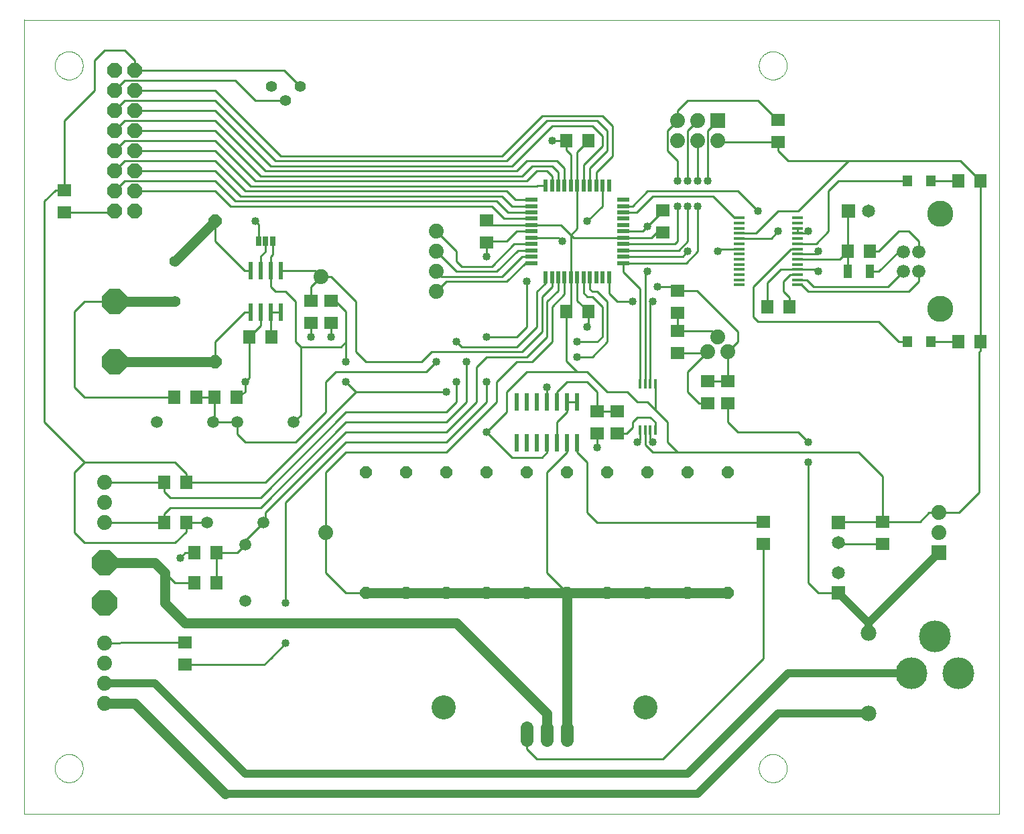
<source format=gtl>
G75*
G70*
%OFA0B0*%
%FSLAX24Y24*%
%IPPOS*%
%LPD*%
%AMOC8*
5,1,8,0,0,1.08239X$1,22.5*
%
%ADD10C,0.0000*%
%ADD11R,0.0591X0.0197*%
%ADD12R,0.0197X0.0591*%
%ADD13R,0.0709X0.0630*%
%ADD14R,0.0740X0.0740*%
%ADD15C,0.0740*%
%ADD16R,0.0630X0.0709*%
%ADD17C,0.0780*%
%ADD18R,0.0650X0.0650*%
%ADD19C,0.0650*%
%ADD20C,0.0594*%
%ADD21R,0.0236X0.0866*%
%ADD22R,0.0138X0.0472*%
%ADD23C,0.0640*%
%ADD24C,0.1200*%
%ADD25R,0.0240X0.0870*%
%ADD26R,0.0550X0.0137*%
%ADD27R,0.0394X0.0709*%
%ADD28R,0.0472X0.0551*%
%ADD29OC8,0.0740*%
%ADD30C,0.0660*%
%ADD31C,0.1300*%
%ADD32C,0.1580*%
%ADD33OC8,0.1250*%
%ADD34C,0.0555*%
%ADD35OC8,0.0600*%
%ADD36OC8,0.0640*%
%ADD37R,0.0250X0.0500*%
%ADD38C,0.0100*%
%ADD39C,0.0400*%
%ADD40C,0.0500*%
%ADD41C,0.0400*%
D10*
X000101Y000101D02*
X000101Y039601D01*
X048601Y039601D01*
X048601Y000101D01*
X000101Y000101D01*
X001611Y002381D02*
X001613Y002433D01*
X001619Y002485D01*
X001629Y002537D01*
X001642Y002587D01*
X001659Y002637D01*
X001680Y002685D01*
X001705Y002731D01*
X001733Y002775D01*
X001764Y002817D01*
X001798Y002857D01*
X001835Y002894D01*
X001875Y002928D01*
X001917Y002959D01*
X001961Y002987D01*
X002007Y003012D01*
X002055Y003033D01*
X002105Y003050D01*
X002155Y003063D01*
X002207Y003073D01*
X002259Y003079D01*
X002311Y003081D01*
X002363Y003079D01*
X002415Y003073D01*
X002467Y003063D01*
X002517Y003050D01*
X002567Y003033D01*
X002615Y003012D01*
X002661Y002987D01*
X002705Y002959D01*
X002747Y002928D01*
X002787Y002894D01*
X002824Y002857D01*
X002858Y002817D01*
X002889Y002775D01*
X002917Y002731D01*
X002942Y002685D01*
X002963Y002637D01*
X002980Y002587D01*
X002993Y002537D01*
X003003Y002485D01*
X003009Y002433D01*
X003011Y002381D01*
X003009Y002329D01*
X003003Y002277D01*
X002993Y002225D01*
X002980Y002175D01*
X002963Y002125D01*
X002942Y002077D01*
X002917Y002031D01*
X002889Y001987D01*
X002858Y001945D01*
X002824Y001905D01*
X002787Y001868D01*
X002747Y001834D01*
X002705Y001803D01*
X002661Y001775D01*
X002615Y001750D01*
X002567Y001729D01*
X002517Y001712D01*
X002467Y001699D01*
X002415Y001689D01*
X002363Y001683D01*
X002311Y001681D01*
X002259Y001683D01*
X002207Y001689D01*
X002155Y001699D01*
X002105Y001712D01*
X002055Y001729D01*
X002007Y001750D01*
X001961Y001775D01*
X001917Y001803D01*
X001875Y001834D01*
X001835Y001868D01*
X001798Y001905D01*
X001764Y001945D01*
X001733Y001987D01*
X001705Y002031D01*
X001680Y002077D01*
X001659Y002125D01*
X001642Y002175D01*
X001629Y002225D01*
X001619Y002277D01*
X001613Y002329D01*
X001611Y002381D01*
X036631Y002381D02*
X036633Y002433D01*
X036639Y002485D01*
X036649Y002537D01*
X036662Y002587D01*
X036679Y002637D01*
X036700Y002685D01*
X036725Y002731D01*
X036753Y002775D01*
X036784Y002817D01*
X036818Y002857D01*
X036855Y002894D01*
X036895Y002928D01*
X036937Y002959D01*
X036981Y002987D01*
X037027Y003012D01*
X037075Y003033D01*
X037125Y003050D01*
X037175Y003063D01*
X037227Y003073D01*
X037279Y003079D01*
X037331Y003081D01*
X037383Y003079D01*
X037435Y003073D01*
X037487Y003063D01*
X037537Y003050D01*
X037587Y003033D01*
X037635Y003012D01*
X037681Y002987D01*
X037725Y002959D01*
X037767Y002928D01*
X037807Y002894D01*
X037844Y002857D01*
X037878Y002817D01*
X037909Y002775D01*
X037937Y002731D01*
X037962Y002685D01*
X037983Y002637D01*
X038000Y002587D01*
X038013Y002537D01*
X038023Y002485D01*
X038029Y002433D01*
X038031Y002381D01*
X038029Y002329D01*
X038023Y002277D01*
X038013Y002225D01*
X038000Y002175D01*
X037983Y002125D01*
X037962Y002077D01*
X037937Y002031D01*
X037909Y001987D01*
X037878Y001945D01*
X037844Y001905D01*
X037807Y001868D01*
X037767Y001834D01*
X037725Y001803D01*
X037681Y001775D01*
X037635Y001750D01*
X037587Y001729D01*
X037537Y001712D01*
X037487Y001699D01*
X037435Y001689D01*
X037383Y001683D01*
X037331Y001681D01*
X037279Y001683D01*
X037227Y001689D01*
X037175Y001699D01*
X037125Y001712D01*
X037075Y001729D01*
X037027Y001750D01*
X036981Y001775D01*
X036937Y001803D01*
X036895Y001834D01*
X036855Y001868D01*
X036818Y001905D01*
X036784Y001945D01*
X036753Y001987D01*
X036725Y002031D01*
X036700Y002077D01*
X036679Y002125D01*
X036662Y002175D01*
X036649Y002225D01*
X036639Y002277D01*
X036633Y002329D01*
X036631Y002381D01*
X036631Y037351D02*
X036633Y037403D01*
X036639Y037455D01*
X036649Y037507D01*
X036662Y037557D01*
X036679Y037607D01*
X036700Y037655D01*
X036725Y037701D01*
X036753Y037745D01*
X036784Y037787D01*
X036818Y037827D01*
X036855Y037864D01*
X036895Y037898D01*
X036937Y037929D01*
X036981Y037957D01*
X037027Y037982D01*
X037075Y038003D01*
X037125Y038020D01*
X037175Y038033D01*
X037227Y038043D01*
X037279Y038049D01*
X037331Y038051D01*
X037383Y038049D01*
X037435Y038043D01*
X037487Y038033D01*
X037537Y038020D01*
X037587Y038003D01*
X037635Y037982D01*
X037681Y037957D01*
X037725Y037929D01*
X037767Y037898D01*
X037807Y037864D01*
X037844Y037827D01*
X037878Y037787D01*
X037909Y037745D01*
X037937Y037701D01*
X037962Y037655D01*
X037983Y037607D01*
X038000Y037557D01*
X038013Y037507D01*
X038023Y037455D01*
X038029Y037403D01*
X038031Y037351D01*
X038029Y037299D01*
X038023Y037247D01*
X038013Y037195D01*
X038000Y037145D01*
X037983Y037095D01*
X037962Y037047D01*
X037937Y037001D01*
X037909Y036957D01*
X037878Y036915D01*
X037844Y036875D01*
X037807Y036838D01*
X037767Y036804D01*
X037725Y036773D01*
X037681Y036745D01*
X037635Y036720D01*
X037587Y036699D01*
X037537Y036682D01*
X037487Y036669D01*
X037435Y036659D01*
X037383Y036653D01*
X037331Y036651D01*
X037279Y036653D01*
X037227Y036659D01*
X037175Y036669D01*
X037125Y036682D01*
X037075Y036699D01*
X037027Y036720D01*
X036981Y036745D01*
X036937Y036773D01*
X036895Y036804D01*
X036855Y036838D01*
X036818Y036875D01*
X036784Y036915D01*
X036753Y036957D01*
X036725Y037001D01*
X036700Y037047D01*
X036679Y037095D01*
X036662Y037145D01*
X036649Y037195D01*
X036639Y037247D01*
X036633Y037299D01*
X036631Y037351D01*
X001611Y037351D02*
X001613Y037403D01*
X001619Y037455D01*
X001629Y037507D01*
X001642Y037557D01*
X001659Y037607D01*
X001680Y037655D01*
X001705Y037701D01*
X001733Y037745D01*
X001764Y037787D01*
X001798Y037827D01*
X001835Y037864D01*
X001875Y037898D01*
X001917Y037929D01*
X001961Y037957D01*
X002007Y037982D01*
X002055Y038003D01*
X002105Y038020D01*
X002155Y038033D01*
X002207Y038043D01*
X002259Y038049D01*
X002311Y038051D01*
X002363Y038049D01*
X002415Y038043D01*
X002467Y038033D01*
X002517Y038020D01*
X002567Y038003D01*
X002615Y037982D01*
X002661Y037957D01*
X002705Y037929D01*
X002747Y037898D01*
X002787Y037864D01*
X002824Y037827D01*
X002858Y037787D01*
X002889Y037745D01*
X002917Y037701D01*
X002942Y037655D01*
X002963Y037607D01*
X002980Y037557D01*
X002993Y037507D01*
X003003Y037455D01*
X003009Y037403D01*
X003011Y037351D01*
X003009Y037299D01*
X003003Y037247D01*
X002993Y037195D01*
X002980Y037145D01*
X002963Y037095D01*
X002942Y037047D01*
X002917Y037001D01*
X002889Y036957D01*
X002858Y036915D01*
X002824Y036875D01*
X002787Y036838D01*
X002747Y036804D01*
X002705Y036773D01*
X002661Y036745D01*
X002615Y036720D01*
X002567Y036699D01*
X002517Y036682D01*
X002467Y036669D01*
X002415Y036659D01*
X002363Y036653D01*
X002311Y036651D01*
X002259Y036653D01*
X002207Y036659D01*
X002155Y036669D01*
X002105Y036682D01*
X002055Y036699D01*
X002007Y036720D01*
X001961Y036745D01*
X001917Y036773D01*
X001875Y036804D01*
X001835Y036838D01*
X001798Y036875D01*
X001764Y036915D01*
X001733Y036957D01*
X001705Y037001D01*
X001680Y037047D01*
X001659Y037095D01*
X001642Y037145D01*
X001629Y037195D01*
X001619Y037247D01*
X001613Y037299D01*
X001611Y037351D01*
X000101Y039601D02*
X000101Y039631D01*
D11*
X025317Y030676D03*
X025317Y030361D03*
X025317Y030046D03*
X025317Y029731D03*
X025317Y029416D03*
X025317Y029101D03*
X025317Y028786D03*
X025317Y028471D03*
X025317Y028156D03*
X025317Y027841D03*
X025317Y027526D03*
X029884Y027526D03*
X029884Y027841D03*
X029884Y028156D03*
X029884Y028471D03*
X029884Y028786D03*
X029884Y029101D03*
X029884Y029416D03*
X029884Y029731D03*
X029884Y030046D03*
X029884Y030361D03*
X029884Y030676D03*
D12*
X029176Y031384D03*
X028861Y031384D03*
X028546Y031384D03*
X028231Y031384D03*
X027916Y031384D03*
X027601Y031384D03*
X027286Y031384D03*
X026971Y031384D03*
X026656Y031384D03*
X026341Y031384D03*
X026026Y031384D03*
X026026Y026817D03*
X026341Y026817D03*
X026656Y026817D03*
X026971Y026817D03*
X027286Y026817D03*
X027601Y026817D03*
X027916Y026817D03*
X028231Y026817D03*
X028546Y026817D03*
X028861Y026817D03*
X029176Y026817D03*
D13*
X031851Y029050D03*
X031851Y030152D03*
X032601Y026152D03*
X032601Y025050D03*
X032601Y024152D03*
X032601Y023050D03*
X034101Y021652D03*
X035101Y021652D03*
X035101Y020550D03*
X034101Y020550D03*
X029601Y020152D03*
X028601Y020152D03*
X028601Y019050D03*
X029601Y019050D03*
X036851Y014652D03*
X036851Y013550D03*
X042801Y013550D03*
X042801Y014652D03*
X023101Y028550D03*
X023101Y029652D03*
X015351Y025652D03*
X014351Y025652D03*
X014351Y024550D03*
X015351Y024550D03*
X002101Y030050D03*
X002101Y031152D03*
X008101Y008652D03*
X008101Y007550D03*
X037601Y033550D03*
X037601Y034652D03*
D14*
X034601Y034601D03*
X045601Y013101D03*
D15*
X045601Y014101D03*
X045601Y015101D03*
X035101Y023101D03*
X034601Y023851D03*
X034101Y023101D03*
X034601Y033601D03*
X033601Y033601D03*
X032601Y033601D03*
X032601Y034601D03*
X033601Y034601D03*
X020601Y029101D03*
X020601Y028101D03*
X020601Y027101D03*
X020601Y026101D03*
X014851Y026851D03*
X004101Y016601D03*
X004101Y015601D03*
X004101Y014601D03*
X004101Y008601D03*
X004101Y007601D03*
X004101Y006601D03*
X004101Y005601D03*
X015101Y014101D03*
D16*
X009652Y013101D03*
X008550Y013101D03*
X008550Y011601D03*
X009652Y011601D03*
X008152Y014601D03*
X007050Y014601D03*
X007050Y016601D03*
X008152Y016601D03*
X008652Y020851D03*
X009550Y020851D03*
X010652Y020851D03*
X007550Y020851D03*
X011300Y023851D03*
X012402Y023851D03*
X027050Y025101D03*
X028152Y025101D03*
X037050Y025351D03*
X038152Y025351D03*
X041050Y028101D03*
X042152Y028101D03*
X046550Y031601D03*
X047652Y031601D03*
X047652Y023601D03*
X046550Y023601D03*
X028152Y033601D03*
X027050Y033601D03*
D17*
X042101Y009101D03*
X042101Y005101D03*
D18*
X040601Y011101D03*
X040601Y014601D03*
X041101Y030101D03*
D19*
X042101Y030101D03*
X040601Y013601D03*
X040601Y012101D03*
D20*
X013501Y019601D03*
X010701Y019601D03*
X009501Y019601D03*
X006701Y019601D03*
X009201Y014601D03*
X011101Y013501D03*
X012001Y014601D03*
X011101Y010701D03*
D21*
X024601Y018577D03*
X025101Y018577D03*
X025601Y018577D03*
X026101Y018577D03*
X026601Y018577D03*
X027101Y018577D03*
X027601Y018577D03*
X027601Y020624D03*
X027101Y020624D03*
X026601Y020624D03*
X026101Y020624D03*
X025601Y020624D03*
X025101Y020624D03*
X024601Y020624D03*
D22*
X030717Y021502D03*
X030973Y021502D03*
X031229Y021502D03*
X031485Y021502D03*
X031485Y019199D03*
X031229Y019199D03*
X030973Y019199D03*
X030717Y019199D03*
D23*
X027101Y004421D02*
X027101Y003781D01*
X026101Y003781D02*
X026101Y004421D01*
X025101Y004421D02*
X025101Y003781D01*
D24*
X020956Y005410D03*
X030995Y005410D03*
D25*
X012851Y025071D03*
X012351Y025071D03*
X011851Y025071D03*
X011351Y025071D03*
X011351Y027131D03*
X011851Y027131D03*
X012351Y027131D03*
X012851Y027131D03*
D26*
X035661Y027205D03*
X035661Y026949D03*
X035661Y026693D03*
X035661Y026437D03*
X035661Y027461D03*
X035661Y027717D03*
X035661Y027973D03*
X035661Y028229D03*
X035661Y028485D03*
X035661Y028741D03*
X035661Y028996D03*
X035661Y029252D03*
X035661Y029508D03*
X035661Y029764D03*
X038540Y029764D03*
X038540Y029508D03*
X038540Y029252D03*
X038540Y028996D03*
X038540Y028741D03*
X038540Y028485D03*
X038540Y028229D03*
X038540Y027973D03*
X038540Y027717D03*
X038540Y027461D03*
X038540Y027205D03*
X038540Y026949D03*
X038540Y026693D03*
X038540Y026437D03*
D27*
X041050Y027101D03*
X042152Y027101D03*
D28*
X044010Y023601D03*
X045191Y023601D03*
X045191Y031601D03*
X044010Y031601D03*
D29*
X005601Y031101D03*
X005601Y032101D03*
X004601Y032101D03*
X004601Y031101D03*
X004601Y030101D03*
X005601Y030101D03*
X005601Y033101D03*
X005601Y034101D03*
X004601Y034101D03*
X004601Y033101D03*
X004601Y035101D03*
X004601Y036101D03*
X005601Y036101D03*
X005601Y035101D03*
X005601Y037101D03*
X004601Y037101D03*
D30*
X043821Y028093D03*
X044601Y028093D03*
X044601Y027109D03*
X043821Y027109D03*
D31*
X045671Y025231D03*
X045671Y029971D03*
D32*
X045388Y008951D03*
X044207Y007101D03*
X046569Y007101D03*
D33*
X004601Y022601D03*
X004601Y025601D03*
X004101Y012601D03*
X004101Y010601D03*
D34*
X007601Y025601D03*
X007601Y027601D03*
X013101Y035601D03*
X013811Y036311D03*
X012391Y036311D03*
D35*
X017101Y017101D03*
X019101Y017101D03*
X021101Y017101D03*
X023101Y017101D03*
X025101Y017101D03*
X027101Y017101D03*
X029101Y017101D03*
X031101Y017101D03*
X033101Y017101D03*
X035101Y017101D03*
X035101Y011101D03*
X033101Y011101D03*
X031101Y011101D03*
X029101Y011101D03*
X027101Y011101D03*
X025101Y011101D03*
X023101Y011101D03*
X021101Y011101D03*
X019101Y011101D03*
X017101Y011101D03*
D36*
X009601Y022601D03*
X009601Y029601D03*
D37*
X011751Y028601D03*
X012101Y028601D03*
X012451Y028601D03*
D38*
X012451Y027951D01*
X012351Y027851D01*
X012351Y027131D01*
X012351Y026351D01*
X012601Y026101D01*
X013101Y026101D01*
X013601Y025601D01*
X013601Y023601D01*
X013851Y023351D01*
X013851Y019951D01*
X013501Y019601D01*
X013601Y018601D02*
X011101Y018601D01*
X010701Y019001D01*
X010701Y019601D01*
X009501Y019601D01*
X009550Y019650D01*
X009550Y020851D01*
X008652Y020851D01*
X007550Y020851D02*
X003101Y020851D01*
X002601Y021351D01*
X002601Y025101D01*
X003101Y025601D01*
X004601Y025601D01*
X009601Y023601D02*
X009601Y022601D01*
X009601Y023601D02*
X011071Y025071D01*
X011351Y025071D01*
X011851Y025071D02*
X011851Y024402D01*
X011300Y023851D01*
X011300Y021800D01*
X011101Y021601D01*
X011101Y021101D01*
X010652Y020851D01*
X013601Y018601D02*
X015101Y020101D01*
X015101Y021601D01*
X015601Y022101D01*
X020101Y022101D01*
X020601Y022601D01*
X020351Y023101D02*
X024851Y023101D01*
X025851Y024101D01*
X025851Y025851D01*
X026341Y026341D01*
X026341Y026817D01*
X026656Y026817D02*
X026656Y026156D01*
X026101Y025601D01*
X026101Y023851D01*
X025101Y022851D01*
X023101Y022851D01*
X022601Y022351D01*
X022601Y020601D01*
X021101Y019101D01*
X016101Y019101D01*
X012101Y015101D01*
X012101Y014701D01*
X012001Y014601D01*
X011101Y013701D01*
X011101Y013501D01*
X010701Y013101D01*
X009652Y013101D01*
X009652Y011601D01*
X008550Y011601D02*
X007601Y011601D01*
X007101Y012101D01*
X007851Y012851D02*
X008101Y013101D01*
X008550Y013101D01*
X007601Y013601D02*
X003101Y013601D01*
X002601Y014101D01*
X002601Y017101D01*
X003101Y017601D01*
X001101Y019601D01*
X001101Y030601D01*
X001652Y031152D01*
X002101Y031152D01*
X002101Y034601D01*
X003601Y036101D01*
X003601Y037601D01*
X004101Y038101D01*
X005101Y038101D01*
X005601Y037601D01*
X005601Y037101D01*
X013021Y037101D01*
X013811Y036311D01*
X013101Y035601D02*
X011601Y035601D01*
X010601Y036601D01*
X005101Y036601D01*
X004601Y036101D01*
X005101Y035601D02*
X009601Y035601D01*
X012601Y032601D01*
X024101Y032601D01*
X026101Y034601D01*
X028601Y034601D01*
X029101Y034101D01*
X029101Y033101D01*
X028231Y032231D01*
X028231Y031384D01*
X028546Y031384D02*
X028546Y032046D01*
X029351Y032851D01*
X029351Y034351D01*
X028851Y034851D01*
X025851Y034851D01*
X023851Y032851D01*
X012851Y032851D01*
X009601Y036101D01*
X005601Y036101D01*
X005101Y035601D02*
X004601Y035101D01*
X005101Y034601D02*
X009601Y034601D01*
X012101Y032101D01*
X024601Y032101D01*
X025101Y032601D01*
X026601Y032601D01*
X026971Y032231D01*
X026971Y031384D01*
X027286Y031384D02*
X027286Y032916D01*
X027050Y033152D01*
X027050Y033601D01*
X026351Y033601D01*
X026351Y034351D02*
X024351Y032351D01*
X012351Y032351D01*
X009601Y035101D01*
X005601Y035101D01*
X005101Y034601D02*
X004601Y034101D01*
X005101Y033601D02*
X009601Y033601D01*
X011601Y031601D01*
X025101Y031601D01*
X025601Y032101D01*
X026101Y032101D01*
X026341Y031861D01*
X026341Y031384D01*
X026656Y031384D02*
X026656Y032046D01*
X026351Y032351D01*
X025351Y032351D01*
X024851Y031851D01*
X011851Y031851D01*
X009601Y034101D01*
X005601Y034101D01*
X005101Y033601D02*
X004601Y033101D01*
X005101Y032601D02*
X009601Y032601D01*
X011101Y031101D01*
X024101Y031101D01*
X024526Y030676D01*
X025317Y030676D01*
X025317Y030361D02*
X024341Y030361D01*
X023851Y030851D01*
X010851Y030851D01*
X009601Y032101D01*
X005601Y032101D01*
X005101Y031601D02*
X009601Y031601D01*
X010601Y030601D01*
X023601Y030601D01*
X024156Y030046D01*
X025317Y030046D01*
X025317Y029731D02*
X023971Y029731D01*
X023351Y030351D01*
X010351Y030351D01*
X009601Y031101D01*
X005601Y031101D01*
X005101Y031601D02*
X004601Y031101D01*
X004601Y032101D02*
X005101Y032601D01*
X005601Y033101D02*
X009601Y033101D01*
X011351Y031351D01*
X025601Y031351D01*
X025634Y031384D01*
X026026Y031384D01*
X027601Y031384D02*
X027601Y033050D01*
X028152Y033601D01*
X028851Y033851D02*
X028851Y033351D01*
X027916Y032416D01*
X027916Y031384D01*
X027601Y031384D02*
X027601Y029231D01*
X027286Y028916D01*
X027416Y028786D01*
X029884Y028786D01*
X031286Y028786D01*
X031550Y029050D01*
X031851Y029050D01*
X031101Y029351D02*
X030851Y029101D01*
X029884Y029101D01*
X029884Y028471D02*
X032471Y028471D01*
X032601Y028601D01*
X032601Y030351D01*
X033101Y030351D02*
X033101Y028601D01*
X032656Y028156D01*
X029884Y028156D01*
X029884Y027841D02*
X032841Y027841D01*
X033101Y028101D01*
X033601Y028101D02*
X033026Y027526D01*
X029884Y027526D01*
X029884Y027067D01*
X030717Y026235D01*
X030717Y021502D01*
X030973Y021502D02*
X030973Y026973D01*
X031101Y027101D01*
X031601Y026351D02*
X032351Y026351D01*
X032550Y026152D01*
X032601Y026152D01*
X033550Y026152D01*
X035601Y024101D01*
X035601Y023601D01*
X035101Y023101D01*
X035101Y021652D01*
X034101Y021652D01*
X033101Y022101D02*
X033101Y021101D01*
X033652Y020550D01*
X034101Y020550D01*
X035101Y020550D02*
X035101Y019601D01*
X035601Y019101D01*
X038601Y019101D01*
X039101Y018601D01*
X039101Y017601D02*
X039101Y011601D01*
X039601Y011101D01*
X040601Y011101D01*
X040652Y013550D02*
X040601Y013601D01*
X040652Y013550D02*
X042801Y013550D01*
X042801Y014652D02*
X044652Y014652D01*
X045101Y015101D01*
X045601Y015101D01*
X046601Y015101D01*
X047601Y016101D01*
X047601Y023101D01*
X047652Y023152D01*
X047652Y023601D01*
X047652Y031601D01*
X046652Y032601D01*
X041101Y032601D01*
X038101Y032601D01*
X037601Y033101D01*
X037601Y033550D01*
X034652Y033550D01*
X034601Y033601D01*
X034101Y034101D02*
X034101Y031601D01*
X033601Y031601D02*
X033601Y033601D01*
X034101Y034101D02*
X034601Y034601D01*
X033601Y034601D02*
X033101Y034101D01*
X033101Y031601D01*
X032601Y031601D02*
X032601Y032601D01*
X032101Y033101D01*
X032101Y034101D01*
X032601Y034601D01*
X032601Y035101D01*
X033101Y035601D01*
X036601Y035601D01*
X037550Y034652D01*
X037601Y034652D01*
X041101Y032601D02*
X038601Y030101D01*
X037601Y030101D01*
X036496Y028996D01*
X035661Y028996D01*
X035661Y028741D02*
X037241Y028741D01*
X037601Y029101D01*
X038540Y028996D02*
X038996Y028996D01*
X039101Y029101D01*
X038540Y028996D02*
X038540Y029252D01*
X038540Y028485D02*
X039485Y028485D01*
X040101Y029101D01*
X040101Y031101D01*
X040601Y031601D01*
X044010Y031601D01*
X045191Y031601D02*
X046550Y031601D01*
X044101Y029101D02*
X043601Y029101D01*
X042601Y028101D01*
X042152Y028101D01*
X042152Y027101D02*
X042601Y027101D01*
X043593Y028093D01*
X043821Y028093D01*
X044601Y028093D02*
X044601Y028601D01*
X044101Y029101D01*
X043821Y027109D02*
X043063Y026351D01*
X039351Y026351D01*
X039008Y026693D01*
X038540Y026693D01*
X038540Y026437D02*
X038764Y026437D01*
X039101Y026101D01*
X044101Y026101D01*
X044601Y026601D01*
X044601Y027109D01*
X042601Y024601D02*
X036601Y024601D01*
X036351Y024851D01*
X036351Y026351D01*
X038229Y028229D01*
X038540Y028229D01*
X038540Y027973D02*
X039473Y027973D01*
X039601Y028101D01*
X039496Y027205D02*
X039601Y027101D01*
X039496Y027205D02*
X038540Y027205D01*
X037705Y027205D01*
X037050Y026550D01*
X037050Y025351D01*
X037851Y026101D02*
X037851Y026601D01*
X038199Y026949D01*
X038540Y026949D01*
X038540Y027717D02*
X040666Y027717D01*
X041050Y028101D01*
X041050Y030050D01*
X041101Y030101D01*
X041050Y028101D02*
X041050Y027101D01*
X038152Y025800D02*
X038152Y025351D01*
X038152Y025800D02*
X037851Y026101D01*
X035661Y028229D02*
X034729Y028229D01*
X034601Y028101D01*
X033601Y028101D02*
X033601Y030351D01*
X034351Y030851D02*
X035437Y029764D01*
X035661Y029764D01*
X036601Y030101D02*
X035601Y031101D01*
X031101Y031101D01*
X030361Y030361D01*
X029884Y030361D01*
X029884Y030046D02*
X030546Y030046D01*
X031351Y030851D01*
X034351Y030851D01*
X031851Y030152D02*
X031851Y030101D01*
X031101Y029351D01*
X028861Y030361D02*
X028861Y031384D01*
X028861Y030361D02*
X028101Y029601D01*
X027286Y028916D02*
X026786Y029416D01*
X025317Y029416D01*
X022837Y029416D01*
X023101Y029652D01*
X022865Y029416D01*
X023152Y028601D02*
X023101Y028550D01*
X023101Y027851D01*
X023152Y028601D02*
X024101Y028601D01*
X024601Y029101D01*
X025317Y029101D01*
X025317Y028786D02*
X026666Y028786D01*
X026851Y028601D01*
X027286Y028916D02*
X027286Y026817D01*
X027286Y025337D01*
X027050Y025101D01*
X027050Y022652D01*
X027601Y022101D01*
X028101Y022101D01*
X029101Y021101D01*
X030101Y021101D01*
X030601Y020601D01*
X031101Y020601D01*
X031485Y020217D01*
X032101Y019601D01*
X032101Y018601D01*
X032601Y018101D01*
X041601Y018101D01*
X042801Y016901D01*
X042801Y014652D01*
X040652Y014652D01*
X040601Y014601D01*
X036851Y014652D02*
X036800Y014601D01*
X028601Y014601D01*
X028101Y015101D01*
X028101Y017601D01*
X027601Y018101D01*
X027601Y018577D01*
X027101Y018577D02*
X027101Y018101D01*
X026101Y017101D01*
X026101Y012101D01*
X027101Y011101D01*
X025851Y017851D02*
X024351Y017851D01*
X023101Y019101D01*
X024101Y020101D01*
X024101Y021101D01*
X025101Y022101D01*
X027601Y022101D01*
X027101Y021601D02*
X028101Y021601D01*
X028601Y021101D01*
X028601Y020152D01*
X029601Y020152D01*
X030351Y019601D02*
X030601Y019851D01*
X031235Y019851D01*
X031485Y019601D01*
X031485Y019199D01*
X031229Y019199D02*
X031229Y018723D01*
X031351Y018601D01*
X030973Y018479D02*
X031351Y018101D01*
X032601Y018101D01*
X030973Y018479D02*
X030973Y019199D01*
X030717Y019199D02*
X030717Y018717D01*
X030601Y018601D01*
X030050Y019050D02*
X030351Y019351D01*
X030351Y019601D01*
X030050Y019050D02*
X029601Y019050D01*
X028601Y019050D02*
X028601Y018351D01*
X026601Y018577D02*
X026601Y019601D01*
X027101Y020101D01*
X027101Y020624D01*
X027601Y020624D01*
X026601Y020624D02*
X026601Y021101D01*
X027101Y021601D01*
X026101Y021351D02*
X026101Y020624D01*
X026101Y018577D02*
X026101Y018101D01*
X025851Y017851D01*
X023601Y020601D02*
X023601Y021601D01*
X024601Y022601D01*
X025351Y022601D01*
X026351Y023601D01*
X026351Y025351D01*
X026971Y025971D01*
X026971Y026817D01*
X027601Y026817D02*
X027601Y025652D01*
X028152Y025101D01*
X028152Y024402D01*
X028101Y024351D01*
X028601Y023601D02*
X028851Y023851D01*
X028851Y025351D01*
X028351Y025851D01*
X028101Y025851D01*
X027916Y026036D01*
X027916Y026817D01*
X028231Y026817D02*
X028231Y026221D01*
X028351Y026101D01*
X028601Y026101D01*
X029101Y025601D01*
X029101Y023601D01*
X028351Y022851D01*
X027601Y022851D01*
X027601Y023601D02*
X028601Y023601D01*
X029601Y025601D02*
X030351Y025601D01*
X029601Y025601D02*
X029176Y026026D01*
X029176Y026817D01*
X031229Y025479D02*
X031351Y025601D01*
X031229Y025479D02*
X031229Y021502D01*
X031485Y021502D02*
X031485Y020217D01*
X033101Y022101D02*
X034101Y023101D01*
X034050Y023050D01*
X032601Y023050D01*
X032601Y024152D02*
X032601Y025050D01*
X032601Y024152D02*
X034300Y024152D01*
X034601Y023851D01*
X042601Y024601D02*
X043601Y023601D01*
X044010Y023601D01*
X045191Y023601D02*
X046550Y023601D01*
X045652Y015101D02*
X045601Y015101D01*
X036851Y013550D02*
X036851Y007851D01*
X031851Y002851D01*
X025601Y002851D01*
X025101Y003351D01*
X025101Y004101D01*
X017101Y011101D02*
X016101Y011101D01*
X015101Y012101D01*
X015101Y014101D01*
X015101Y017101D01*
X016101Y018101D01*
X021101Y018101D01*
X023601Y020601D01*
X023101Y020601D02*
X023101Y021601D01*
X022101Y020601D02*
X022101Y022601D01*
X021851Y023351D02*
X021601Y023601D01*
X021851Y023351D02*
X024601Y023351D01*
X025601Y024351D01*
X025601Y026101D01*
X026026Y026526D01*
X026026Y026817D01*
X025101Y026601D02*
X025101Y024351D01*
X024601Y023851D01*
X023101Y023851D01*
X020601Y026101D02*
X021101Y026601D01*
X024101Y026601D01*
X025026Y027526D01*
X025317Y027526D01*
X025317Y027841D02*
X024841Y027841D01*
X023851Y026851D01*
X020851Y026851D01*
X020601Y027101D01*
X020601Y028101D02*
X021601Y027101D01*
X023601Y027101D01*
X024656Y028156D01*
X025317Y028156D01*
X025317Y028471D02*
X024471Y028471D01*
X023351Y027351D01*
X021851Y027351D01*
X021601Y027601D01*
X021601Y028101D01*
X020601Y029101D01*
X016601Y025601D02*
X016601Y023101D01*
X017101Y022601D01*
X019851Y022601D01*
X020351Y023101D01*
X021601Y021601D02*
X021601Y020601D01*
X021101Y020101D01*
X016101Y020101D01*
X011851Y015851D01*
X007351Y015851D01*
X007050Y016152D01*
X007050Y016601D01*
X004101Y016601D01*
X003101Y017601D02*
X007601Y017601D01*
X008152Y017050D01*
X008152Y016601D01*
X012101Y016601D01*
X016601Y021101D01*
X016101Y021601D01*
X016601Y021101D02*
X021101Y021101D01*
X022101Y020601D02*
X021101Y019601D01*
X016101Y019601D01*
X011851Y015351D01*
X007351Y015351D01*
X007050Y015050D01*
X007050Y014601D01*
X004101Y014601D01*
X007601Y013601D02*
X008152Y014152D01*
X008152Y014601D01*
X009201Y014601D01*
X013101Y015601D02*
X013101Y010601D01*
X013101Y008601D02*
X012351Y007851D01*
X012101Y007601D01*
X012050Y007550D01*
X008101Y007550D01*
X008101Y008652D02*
X005652Y008652D01*
X004101Y008601D01*
X013101Y015601D02*
X016101Y018601D01*
X021101Y018601D01*
X023101Y020601D01*
X016601Y025601D02*
X015351Y026851D01*
X014851Y026851D01*
X014571Y027131D01*
X012851Y027131D01*
X011851Y027131D02*
X011851Y027851D01*
X012101Y028101D01*
X012101Y028601D01*
X011751Y028601D02*
X011751Y029451D01*
X011601Y029601D01*
X009601Y029601D02*
X009601Y028601D01*
X011071Y027131D01*
X011351Y027131D01*
X012351Y025071D02*
X012351Y023902D01*
X012402Y023851D01*
X012351Y025071D02*
X012851Y025071D01*
X014351Y024550D02*
X014351Y023851D01*
X013851Y023351D02*
X015851Y023351D01*
X016101Y023601D01*
X016101Y022601D01*
X016101Y023601D02*
X016101Y025101D01*
X015550Y025652D01*
X015351Y025652D01*
X014351Y025652D02*
X014351Y026351D01*
X014851Y026851D01*
X015351Y024550D02*
X015351Y023851D01*
X004601Y030101D02*
X004550Y030050D01*
X002101Y030050D01*
X026351Y034351D02*
X028351Y034351D01*
X028851Y033851D01*
D39*
X026351Y033601D03*
X028101Y029601D03*
X026851Y028601D03*
X025101Y026601D03*
X023101Y027851D03*
X023101Y023851D03*
X021601Y023601D03*
X022101Y022601D03*
X021601Y021601D03*
X021101Y021101D03*
X020601Y022601D03*
X023101Y021601D03*
X023101Y019101D03*
X026101Y021351D03*
X027601Y022851D03*
X027601Y023601D03*
X028101Y024351D03*
X030351Y025601D03*
X031351Y025601D03*
X031601Y026351D03*
X031101Y027101D03*
X033101Y028101D03*
X034601Y028101D03*
X036601Y030101D03*
X037601Y029101D03*
X039101Y029101D03*
X039601Y028101D03*
X039601Y027101D03*
X034101Y031601D03*
X033601Y031601D03*
X033101Y031601D03*
X032601Y031601D03*
X032601Y030351D03*
X033101Y030351D03*
X033601Y030351D03*
X031101Y029351D03*
X031351Y018601D03*
X030601Y018601D03*
X028601Y018351D03*
X039101Y018601D03*
X039101Y017601D03*
X016101Y021601D03*
X016101Y022601D03*
X015351Y023851D03*
X014351Y023851D03*
X011101Y021601D03*
X011601Y029601D03*
X007851Y012851D03*
X013101Y010601D03*
X013101Y008601D03*
D40*
X017101Y011101D02*
X019101Y011101D01*
X021101Y011101D01*
X023101Y011101D01*
X025101Y011101D01*
X027101Y011101D01*
X029101Y011101D01*
X031101Y011101D01*
X033101Y011101D01*
X035101Y011101D01*
X027101Y011101D02*
X027101Y004101D01*
X026101Y004101D02*
X026101Y005101D01*
X021601Y009601D01*
X008101Y009601D01*
X007101Y010601D01*
X007101Y012101D01*
X006601Y012601D01*
X004101Y012601D01*
X004101Y005601D02*
X005601Y005601D01*
X010101Y001101D01*
X009601Y022601D02*
X004601Y022601D01*
X004601Y025601D02*
X007601Y025601D01*
X007601Y027601D02*
X009601Y029601D01*
D41*
X033101Y002101D02*
X038101Y007101D01*
X044207Y007101D01*
X042101Y009101D02*
X042101Y009601D01*
X045601Y013101D01*
X042101Y009601D02*
X040601Y011101D01*
X042101Y005101D02*
X037601Y005101D01*
X033601Y001101D01*
X010101Y001101D01*
X011101Y002101D02*
X006601Y006601D01*
X004101Y006601D01*
X011101Y002101D02*
X033101Y002101D01*
M02*

</source>
